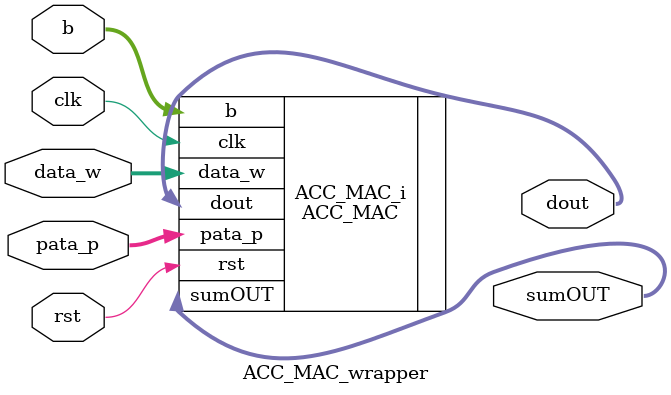
<source format=v>
`timescale 1 ps / 1 ps

module ACC_MAC_wrapper
   (b,
    clk,
    data_w,
    dout,
    pata_p,
    rst,
    sumOUT);
  input [7:0]b;
  input clk;
  input [127:0]data_w;
  output [21:0]dout;
  input [127:0]pata_p;
  input rst;
  output [19:0]sumOUT;

  wire [7:0]b;
  wire clk;
  wire [127:0]data_w;
  wire [21:0]dout;
  wire [127:0]pata_p;
  wire rst;
  wire [19:0]sumOUT;

  ACC_MAC ACC_MAC_i
       (.b(b),
        .clk(clk),
        .data_w(data_w),
        .dout(dout),
        .pata_p(pata_p),
        .rst(rst),
        .sumOUT(sumOUT));
endmodule

</source>
